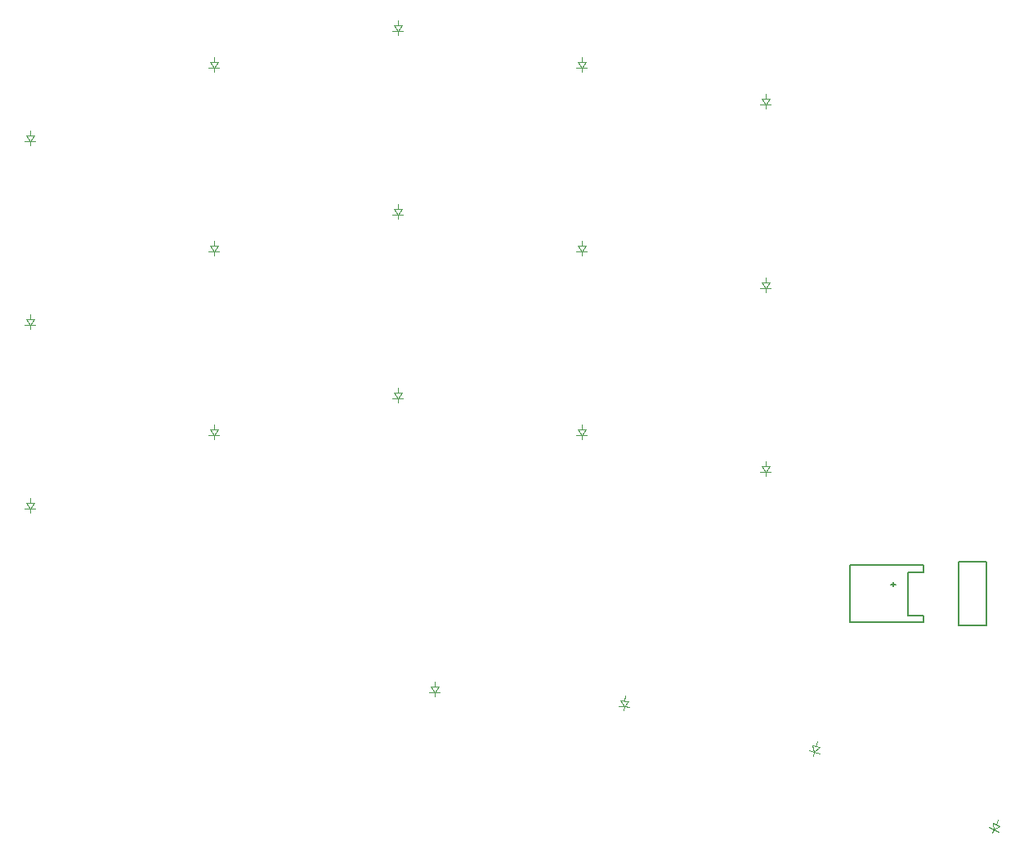
<source format=gbr>
%TF.GenerationSoftware,KiCad,Pcbnew,9.0.6*%
%TF.CreationDate,2026-01-03T00:52:00-08:00*%
%TF.ProjectId,pcb_left,7063625f-6c65-4667-942e-6b696361645f,4.2.1*%
%TF.SameCoordinates,Original*%
%TF.FileFunction,Legend,Bot*%
%TF.FilePolarity,Positive*%
%FSLAX46Y46*%
G04 Gerber Fmt 4.6, Leading zero omitted, Abs format (unit mm)*
G04 Created by KiCad (PCBNEW 9.0.6) date 2026-01-03 00:52:00*
%MOMM*%
%LPD*%
G01*
G04 APERTURE LIST*
%ADD10C,0.150000*%
%ADD11C,0.100000*%
G04 APERTURE END LIST*
D10*
%TO.C,T1*%
X183200000Y-157890000D02*
X183200000Y-164490000D01*
X183200000Y-164490000D02*
X186050000Y-164490000D01*
X186050000Y-157890000D02*
X183200000Y-157890000D01*
X186050000Y-161190000D02*
X186050000Y-157890000D01*
X186050000Y-161190000D02*
X186050000Y-164490000D01*
X186050000Y-163140000D02*
X186050000Y-159240000D01*
D11*
%TO.C,D1*%
X86600000Y-151750000D02*
X87400000Y-151750000D01*
X87000000Y-151750000D02*
X87000000Y-151250000D01*
X87000000Y-152350000D02*
X86450000Y-152350000D01*
X87000000Y-152350000D02*
X86600000Y-151750000D01*
X87000000Y-152350000D02*
X87550000Y-152350000D01*
X87000000Y-152750000D02*
X87000000Y-152350000D01*
X87400000Y-151750000D02*
X87000000Y-152350000D01*
%TO.C,D16*%
X128510000Y-170800000D02*
X129310000Y-170800000D01*
X128910000Y-170800000D02*
X128910000Y-170300000D01*
X128910000Y-171400000D02*
X128360000Y-171400000D01*
X128910000Y-171400000D02*
X128510000Y-170800000D01*
X128910000Y-171400000D02*
X129460000Y-171400000D01*
X128910000Y-171800000D02*
X128910000Y-171400000D01*
X129310000Y-170800000D02*
X128910000Y-171400000D01*
%TO.C,D12*%
X143750000Y-106030000D02*
X144550000Y-106030000D01*
X144150000Y-106030000D02*
X144150000Y-105530000D01*
X144150000Y-106630000D02*
X143600000Y-106630000D01*
X144150000Y-106630000D02*
X143750000Y-106030000D01*
X144150000Y-106630000D02*
X144700000Y-106630000D01*
X144150000Y-107030000D02*
X144150000Y-106630000D01*
X144550000Y-106030000D02*
X144150000Y-106630000D01*
%TO.C,D5*%
X105650000Y-125080000D02*
X106450000Y-125080000D01*
X106050000Y-125080000D02*
X106050000Y-124580000D01*
X106050000Y-125680000D02*
X105500000Y-125680000D01*
X106050000Y-125680000D02*
X105650000Y-125080000D01*
X106050000Y-125680000D02*
X106600000Y-125680000D01*
X106050000Y-126080000D02*
X106050000Y-125680000D01*
X106450000Y-125080000D02*
X106050000Y-125680000D01*
%TO.C,D2*%
X86600000Y-132700000D02*
X87400000Y-132700000D01*
X87000000Y-132700000D02*
X87000000Y-132200000D01*
X87000000Y-133300000D02*
X86450000Y-133300000D01*
X87000000Y-133300000D02*
X86600000Y-132700000D01*
X87000000Y-133300000D02*
X87550000Y-133300000D01*
X87000000Y-133700000D02*
X87000000Y-133300000D01*
X87400000Y-132700000D02*
X87000000Y-133300000D01*
%TO.C,D11*%
X143750000Y-125080000D02*
X144550000Y-125080000D01*
X144150000Y-125080000D02*
X144150000Y-124580000D01*
X144150000Y-125680000D02*
X143600000Y-125680000D01*
X144150000Y-125680000D02*
X143750000Y-125080000D01*
X144150000Y-125680000D02*
X144700000Y-125680000D01*
X144150000Y-126080000D02*
X144150000Y-125680000D01*
X144550000Y-125080000D02*
X144150000Y-125680000D01*
%TO.C,D19*%
X186653371Y-186009351D02*
X186822419Y-185646828D01*
X186713466Y-184933996D02*
X187438513Y-185272090D01*
X186822419Y-185646828D02*
X186323949Y-185414388D01*
X186822419Y-185646828D02*
X186713466Y-184933996D01*
X186822419Y-185646828D02*
X187320888Y-185879268D01*
X187075990Y-185103043D02*
X187287299Y-184649889D01*
X187438513Y-185272090D02*
X186822419Y-185646828D01*
%TO.C,D8*%
X124700000Y-121270000D02*
X125500000Y-121270000D01*
X125100000Y-121270000D02*
X125100000Y-120770000D01*
X125100000Y-121870000D02*
X124550000Y-121870000D01*
X125100000Y-121870000D02*
X124700000Y-121270000D01*
X125100000Y-121870000D02*
X125650000Y-121870000D01*
X125100000Y-122270000D02*
X125100000Y-121870000D01*
X125500000Y-121270000D02*
X125100000Y-121870000D01*
%TO.C,D9*%
X124700000Y-102220000D02*
X125500000Y-102220000D01*
X125100000Y-102220000D02*
X125100000Y-101720000D01*
X125100000Y-102820000D02*
X124550000Y-102820000D01*
X125100000Y-102820000D02*
X124700000Y-102220000D01*
X125100000Y-102820000D02*
X125650000Y-102820000D01*
X125100000Y-103220000D02*
X125100000Y-102820000D01*
X125500000Y-102220000D02*
X125100000Y-102820000D01*
%TO.C,D10*%
X143750000Y-144130000D02*
X144550000Y-144130000D01*
X144150000Y-144130000D02*
X144150000Y-143630000D01*
X144150000Y-144730000D02*
X143600000Y-144730000D01*
X144150000Y-144730000D02*
X143750000Y-144130000D01*
X144150000Y-144730000D02*
X144700000Y-144730000D01*
X144150000Y-145130000D02*
X144150000Y-144730000D01*
X144550000Y-144130000D02*
X144150000Y-144730000D01*
%TO.C,D17*%
X148176275Y-172234973D02*
X148973231Y-172304698D01*
X148487597Y-173266030D02*
X148522458Y-172867552D01*
X148522458Y-172867552D02*
X147974552Y-172819616D01*
X148522458Y-172867552D02*
X148176275Y-172234973D01*
X148522458Y-172867552D02*
X149070367Y-172915488D01*
X148574753Y-172269835D02*
X148618331Y-171771738D01*
X148973231Y-172304698D02*
X148522458Y-172867552D01*
D10*
%TO.C,JST1*%
X171950000Y-158240000D02*
X171950000Y-164140000D01*
X171950000Y-164140000D02*
X179550000Y-164140000D01*
X176450000Y-159940000D02*
X176450000Y-160440000D01*
X176700000Y-160190000D02*
X176200000Y-160190000D01*
X177950000Y-158940000D02*
X179550000Y-158940000D01*
X177950000Y-163440000D02*
X177950000Y-158940000D01*
X179550000Y-158240000D02*
X171950000Y-158240000D01*
X179550000Y-158940000D02*
X179550000Y-158240000D01*
X179550000Y-163440000D02*
X177950000Y-163440000D01*
X179550000Y-164140000D02*
X179550000Y-163440000D01*
D11*
%TO.C,D6*%
X105650000Y-106030000D02*
X106450000Y-106030000D01*
X106050000Y-106030000D02*
X106050000Y-105530000D01*
X106050000Y-106630000D02*
X105500000Y-106630000D01*
X106050000Y-106630000D02*
X105650000Y-106030000D01*
X106050000Y-106630000D02*
X106600000Y-106630000D01*
X106050000Y-107030000D02*
X106050000Y-106630000D01*
X106450000Y-106030000D02*
X106050000Y-106630000D01*
%TO.C,D15*%
X162800000Y-109840000D02*
X163600000Y-109840000D01*
X163200000Y-109840000D02*
X163200000Y-109340000D01*
X163200000Y-110440000D02*
X162650000Y-110440000D01*
X163200000Y-110440000D02*
X162800000Y-109840000D01*
X163200000Y-110440000D02*
X163750000Y-110440000D01*
X163200000Y-110840000D02*
X163200000Y-110440000D01*
X163600000Y-109840000D02*
X163200000Y-110440000D01*
%TO.C,D7*%
X124700000Y-140320000D02*
X125500000Y-140320000D01*
X125100000Y-140320000D02*
X125100000Y-139820000D01*
X125100000Y-140920000D02*
X124550000Y-140920000D01*
X125100000Y-140920000D02*
X124700000Y-140320000D01*
X125100000Y-140920000D02*
X125650000Y-140920000D01*
X125100000Y-141320000D02*
X125100000Y-140920000D01*
X125500000Y-140320000D02*
X125100000Y-140920000D01*
%TO.C,D3*%
X86600000Y-113650000D02*
X87400000Y-113650000D01*
X87000000Y-113650000D02*
X87000000Y-113150000D01*
X87000000Y-114250000D02*
X86450000Y-114250000D01*
X87000000Y-114250000D02*
X86600000Y-113650000D01*
X87000000Y-114250000D02*
X87550000Y-114250000D01*
X87000000Y-114650000D02*
X87000000Y-114250000D01*
X87400000Y-113650000D02*
X87000000Y-114250000D01*
%TO.C,D13*%
X162800000Y-147940000D02*
X163600000Y-147940000D01*
X163200000Y-147940000D02*
X163200000Y-147440000D01*
X163200000Y-148540000D02*
X162650000Y-148540000D01*
X163200000Y-148540000D02*
X162800000Y-147940000D01*
X163200000Y-148540000D02*
X163750000Y-148540000D01*
X163200000Y-148940000D02*
X163200000Y-148540000D01*
X163600000Y-147940000D02*
X163200000Y-148540000D01*
%TO.C,D4*%
X105650000Y-144130000D02*
X106450000Y-144130000D01*
X106050000Y-144130000D02*
X106050000Y-143630000D01*
X106050000Y-144730000D02*
X105500000Y-144730000D01*
X106050000Y-144730000D02*
X105650000Y-144130000D01*
X106050000Y-144730000D02*
X106600000Y-144730000D01*
X106050000Y-145130000D02*
X106050000Y-144730000D01*
X106450000Y-144130000D02*
X106050000Y-144730000D01*
%TO.C,D14*%
X162800000Y-128890000D02*
X163600000Y-128890000D01*
X163200000Y-128890000D02*
X163200000Y-128390000D01*
X163200000Y-129490000D02*
X162650000Y-129490000D01*
X163200000Y-129490000D02*
X162800000Y-128890000D01*
X163200000Y-129490000D02*
X163750000Y-129490000D01*
X163200000Y-129890000D02*
X163200000Y-129490000D01*
X163600000Y-128890000D02*
X163200000Y-129490000D01*
%TO.C,D18*%
X168000381Y-176898701D02*
X168773122Y-177105756D01*
X168127933Y-177968154D02*
X168231460Y-177581784D01*
X168231460Y-177581784D02*
X167700201Y-177439434D01*
X168231460Y-177581784D02*
X168000381Y-176898701D01*
X168231460Y-177581784D02*
X168762721Y-177724135D01*
X168386752Y-177002229D02*
X168516161Y-176519266D01*
X168773122Y-177105756D02*
X168231460Y-177581784D01*
%TD*%
M02*

</source>
